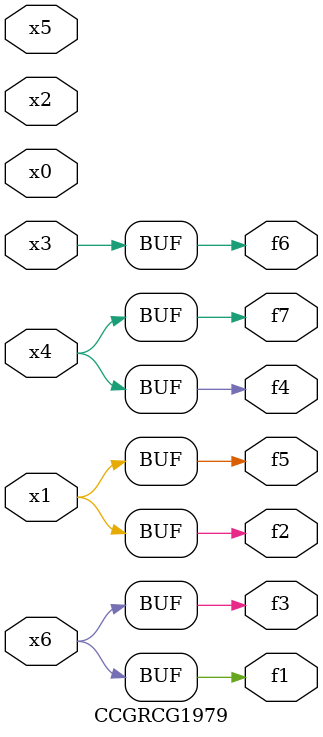
<source format=v>
module CCGRCG1979(
	input x0, x1, x2, x3, x4, x5, x6,
	output f1, f2, f3, f4, f5, f6, f7
);
	assign f1 = x6;
	assign f2 = x1;
	assign f3 = x6;
	assign f4 = x4;
	assign f5 = x1;
	assign f6 = x3;
	assign f7 = x4;
endmodule

</source>
